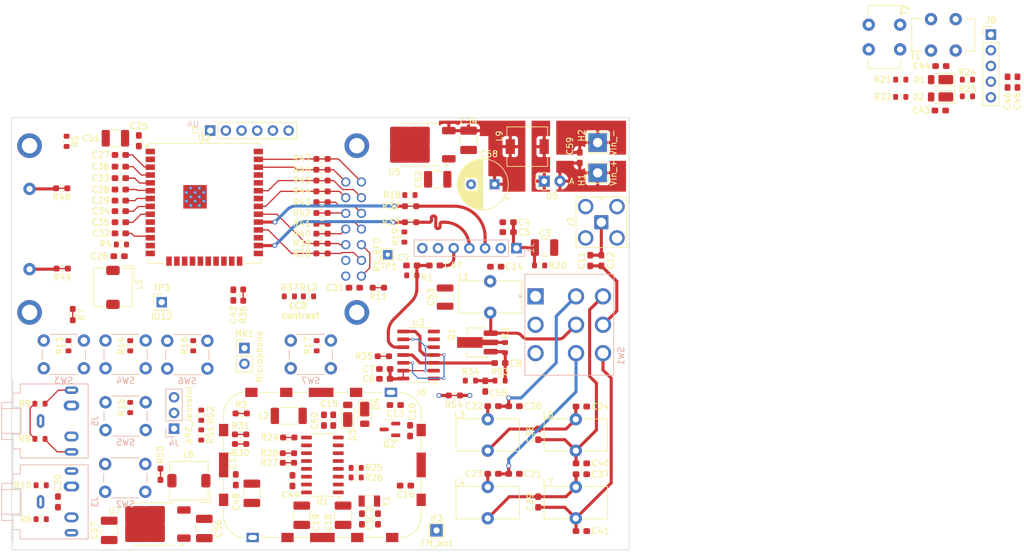
<source format=kicad_pcb>
(kicad_pcb (version 20240108) (generator "pcbnew") (generator_version "8.0")
  (layers (0 "F.Cu" signal) (1 "In1.Cu" signal "GND.Cu") (2 "In2.Cu" signal "VDD.Cu") (31 "B.Cu" signal) (34 "B.Paste" user) (35 "F.Paste" user) (36 "B.SilkS" user "B.Silkscreen") (37 "F.SilkS" user "F.Silkscreen") (38 "B.Mask" user) (39 "F.Mask" user) (44 "Edge.Cuts" user))
  (net 0 "")
  (net 1 "Net-(U1-GPO3{slash}DCLK)")
  (net 2 "GND")
  (net 3 "Net-(U1-RCLK)")
  (net 4 "+3V3")
  (net 5 "Net-(U3E-VCC)")
  (net 6 "Net-(C8-Pad1)")
  (net 7 "Net-(Q1-G)")
  (net 8 "Net-(C47-Pad1)")
  (net 9 "Net-(Q2-G)")
  (net 10 "/RX/RF")
  (net 11 "Net-(J2-In)")
  (net 12 "Net-(Q2-S)")
  (net 13 "VBUS")
  (net 14 "Net-(D3-K)")
  (net 15 "Net-(U1-AMI)")
  (net 16 "Net-(C16-Pad1)")
  (net 17 "Net-(U1-FMI)")
  (net 18 "Net-(U1-VDD)")
  (net 19 "/MCU_and_UI/audio_out_left")
  (net 20 "Net-(U1-LOUT{slash}DFS)")
  (net 21 "Net-(U1-ROUT{slash}DOUT)")
  (net 22 "Net-(SW1B-C)")
  (net 23 "Net-(SW1C-C)")
  (net 24 "Net-(C23-Pad2)")
  (net 25 "Net-(U2-VDD)")
  (net 26 "/MCU_and_UI/ESP_reset")
  (net 27 "/MCU_and_UI/mic_in")
  (net 28 "/MCU_and_UI/PTT_key")
  (net 29 "Net-(C30-Pad1)")
  (net 30 "Net-(C30-Pad2)")
  (net 31 "Net-(U4-Chip_enable)")
  (net 32 "/MCU_and_UI/Btn.Select")
  (net 33 "/MCU_and_UI/Btn.Up")
  (net 34 "/MCU_and_UI/Btn.Down")
  (net 35 "/MCU_and_UI/Btn.Back")
  (net 36 "/MCU_and_UI/Btn.Menu")
  (net 37 "Net-(SW1B-A)")
  (net 38 "Net-(SW1C-A)")
  (net 39 "/MCU_and_UI/Band_select")
  (net 40 "Net-(D2-K)")
  (net 41 "Net-(D1-K)")
  (net 42 "/TX/Out1")
  (net 43 "Net-(D1-A)")
  (net 44 "Net-(D2-A)")
  (net 45 "/TX/SDA")
  (net 46 "/TX/SCL")
  (net 47 "/TX/Out2")
  (net 48 "/TX/Out3")
  (net 49 "/MCU_and_UI/onboard_key")
  (net 50 "/MCU_and_UI/RX_ant_en")
  (net 51 "Net-(U2-IO12)")
  (net 52 "/MCU_and_UI/onboard_mic")
  (net 53 "/MCU_and_UI/side_tone")
  (net 54 "Net-(U4-Vo)")
  (net 55 "/MCU_and_UI/I2C_SCL")
  (net 56 "/MCU_and_UI/I2C_SDIO")
  (net 57 "Net-(U1-GPO1)")
  (net 58 "Net-(U1-GPO2{slash}INTB)")
  (net 59 "Net-(U1-SDIO)")
  (net 60 "Net-(U1-SCLK)")
  (net 61 "Net-(U1-~{RST})")
  (net 62 "/MCU_and_UI/~{SI_RST}")
  (net 63 "Net-(U1-SENB)")
  (net 64 "Net-(U2-IO2)")
  (net 66 "/MCU_and_UI/ESP_TX")
  (net 69 "/MCU_and_UI/ESP_RX")
  (net 70 "/MCU_and_UI/LCD.D5")
  (net 71 "/MCU_and_UI/LCD.D4")
  (net 72 "/MCU_and_UI/LCD.BL")
  (net 74 "/MCU_and_UI/ESP_boot")
  (net 77 "/MCU_and_UI/LCD.D{slash}I")
  (net 78 "/MCU_and_UI/V_sense")
  (net 79 "/MCU_and_UI/LCD.D6")
  (net 80 "/MCU_and_UI/LCD.D7")
  (net 82 "/MCU_and_UI/LCD.R{slash}L")
  (net 84 "Net-(U3-Pad1)")
  (net 85 "/MCU_and_UI/LCD.D2")
  (net 86 "/MCU_and_UI/LCD.D1")
  (net 87 "/MCU_and_UI/LCD.D0")
  (net 88 "/MCU_and_UI/LCD.D3")
  (net 89 "Net-(U4-Data{slash}~{Instruction})")
  (net 90 "Net-(U4-R{slash}~{L})")
  (net 91 "Net-(U4-D0)")
  (net 92 "Net-(U4-D1)")
  (net 93 "Net-(U4-D2)")
  (net 94 "Net-(U4-D3)")
  (net 95 "Net-(U4-D4)")
  (net 96 "Net-(U4-D5)")
  (net 97 "Net-(U4-D6)")
  (net 98 "Net-(U4-D7)")
  (net 99 "Net-(U4-Vdd_backlight)")
  (net 100 "Net-(U4-Vss_backlight)")
  (net 102 "+3V3_RX")
  (net 103 "VBUS_filtered")
  (net 104 "Net-(J4-Pin_2)")
  (net 105 "Net-(J4-Pin_1)")
  (net 106 "/MCU_and_UI/audio_out_right")
  (net 107 "Net-(C55-Pad1)")
  (net 109 "/SWR_bridge/Reverse_indicator")
  (net 110 "Net-(C22-Pad2)")
  (net 111 "Net-(C24-Pad2)")
  (net 112 "Net-(C37-Pad2)")
  (net 113 "/SWR_bridge/Forward_indicator")
  (net 114 "Net-(J8-Pin_2)")
  (net 115 "/TX/RF_out")
  (net 116 "Net-(J8-Pin_1)")
  (net 117 "Net-(D5-K)")
  (net 118 "RF_GND")
  (net 119 "/MCU_and_UI/TX_Mod")
  (footprint "Resistor_SMD:R_0603_1608Metric" (layer "F.Cu") (at 151.9125 127.425)
    (property "Reference" "R26")
    (property "Value" "220R")
  )
  (footprint "Resistor_SMD:R_0603_1608Metric" (layer "F.Cu") (at 175.2125 111.745)
    (property "Reference" "R53")
    (property "Value" "10k")
  )
  (footprint "summit_scourer:R_0603_linked" (layer "F.Cu") (at 160.7125 83.495)
    (property "Reference" "R32")
    (property "Value" "0R")
  )
  (footprint "summit_scourer:R_0603_linked" (layer "F.Cu") (at 156.3125 107.795)
    (property "Reference" "R35")
    (property "Value" "0R")
  )
  (footprint "Resistor_SMD:R_0603_1608Metric" (layer "F.Cu") (at 159.7125 88.495 90)
    (property "Reference" "R19")
    (property "Value" "1k")
  )
  (footprint "Capacitor_SMD:C_1210_3225Metric_Pad1.33x2.70mm_HandSolder" (layer "F.Cu") (at 127.3125 135.695 -90)
    (property "Reference" "C56")
    (property "Value" "10u")
  )
  (footprint "Resistor_SMD:R_0603_1608Metric" (layer "F.Cu") (at 125.5125 106.095 90)
    (property "Reference" "R16")
    (property "Value" "10k")
  )
  (footprint "Capacitor_SMD:C_1210_3225Metric_Pad1.33x2.70mm_HandSolder" (layer "F.Cu") (at 112.9125 72.495 180)
    (property "Reference" "C51")
    (property "Value" "10u")
  )
  (footprint "Resistor_SMD:R_0603_1608Metric" (layer "F.Cu") (at 160.6125 81.695 180)
    (property "Reference" "R18")
    (property "Value" "1k")
  )
  (footprint "Capacitor_SMD:C_0603_1608Metric_Pad1.08x0.95mm_HandSolder" (layer "F.Cu") (at 246.5 68 180)
    (property "Reference" "C43")
    (property "Value" "10n")
  )
  (footprint "Inductor_SMD:L_TDK_SLF6025" (layer "F.Cu") (at 112.5125 96.645 -90)
    (property "Reference" "L5")
    (property "Value" "L_Ferrite")
  )
  (footprint "Package_TO_SOT_SMD:SOT-89-3_Handsoldering" (layer "F.Cu") (at 171.25 105.5575 180)
    (property "Reference" "Q1")
    (property "Value" "Q_NMOS")
  )
  (footprint "Resistor_SMD:R_0603_1608Metric" (layer "F.Cu") (at 115.3125 116.095 90)
    (property "Reference" "R15")
    (property "Value" "10k")
  )
  (footprint "Capacitor_SMD:C_0603_1608Metric_Pad1.08x0.95mm_HandSolder" (layer "F.Cu") (at 174.075 115.875 180)
    (property "Reference" "C22")
    (property "Value" "C")
  )
  (footprint "Inductor_THT:L_Toroid_Vertical_L10.0mm_W5.0mm_P5.08mm" (layer "F.Cu") (at 173.2125 118.005)
    (property "Reference" "L3")
    (property "Value" "L_Ferrite")
  )
  (footprint "summit_scourer:R_0603_linked" (layer "F.Cu") (at 133.2875 117.0575)
    (property "Reference" "R3")
    (property "Value" "0R")
  )
  (footprint "Resistor_SMD:R_0603_1608Metric" (layer "F.Cu") (at 105.0125 72.995 -90)
    (property "Reference" "R5")
    (property "Value" "100k")
  )
  (footprint "summit_scourer:R_0603_linked" (layer "F.Cu") (at 146.375 77.595 180)
    (property "Reference" "R46")
    (property "Value" "0R")
  )
  (footprint "Capacitor_SMD:C_0603_1608Metric_Pad1.08x0.95mm_HandSolder" (layer "F.Cu") (at 159.8875 128.75 180)
    (property "Reference" "C16")
    (property "Value" "10n")
  )
  (footprint "Capacitor_SMD:C_0603_1608Metric_Pad1.08x0.95mm_HandSolder" (layer "F.Cu") (at 175.1875 108.895)
    (property "Reference" "C8")
    (property "Value" "10n")
  )
  (footprint "Inductor_THT:L_Toroid_Vertical_L10.0mm_W5.0mm_P5.08mm" (layer "F.Cu") (at 187.475 118.005)
    (property "Reference" "L6")
    (property "Value" "L_Ferrite")
  )
  (footprint "Capacitor_SMD:C_0603_1608Metric_Pad1.08x0.95mm_HandSolder" (layer "F.Cu") (at 141.5875 127.95 -90)
    (property "Reference" "C49")
    (property "Value" "100n")
  )
  (footprint "Capacitor_SMD:C_0603_1608Metric_Pad1.08x0.95mm_HandSolder" (layer "F.Cu") (at 176.5125 87.695 180)
    (property "Reference" "C5")
    (property "Value" "10n")
  )
  (footprint "Package_TO_SOT_SMD:TO-252-2" (layer "F.Cu") (at 161.8725 73.5425 180)
    (property "Reference" "U5")
    (property "Value" "AZ1117-3.3")
  )
  (footprint "Connector_Coaxial:SMA_Amphenol_901-143_Horizontal" (layer "F.Cu") (at 191.6125 86.095 -90)
    (property "Reference" "J2")
    (property "Value" "Conn_Coaxial")
    (fp_line (start 4.3 -4.5) (end -4.3 -4.5) (stroke (width 0.1)) (layer "Edge.Cuts"))
  )
  (footprint "Resistor_SMD:R_0603_1608Metric" (layer "F.Cu") (at 126.8125 120.545 90)
    (property "Reference" "R51")
    (property "Value" "100k")
  )
  (footprint "summit_scourer:torroid_transformer" (layer "F.Cu") (at 240 56.1 -90)
    (property "Reference" "T2")
    (property "Value" "T")
  )
  (footprint "Resistor_SMD:R_0603_1608Metric" (layer "F.Cu") (at 126.8125 117.345 90)
    (property "Reference" "R52")
    (property "Value" "10k")
  )
  (footprint "Capacitor_SMD:C_0603_1608Metric_Pad1.08x0.95mm_HandSolder" (layer "F.Cu") (at 191.6125 92.295 90)
    (property "Reference" "C12")
    (property "Value" "100n")
  )
  (footprint "Capacitor_SMD:C_0603_1608Metric_Pad1.08x0.95mm_HandSolder" (layer "F.Cu") (at 113.7125 80.795 180)
    (property "Reference" "C28")
    (property "Value" "10n")
  )
  (footprint "Resistor_SMD:R_0603_1608Metric" (layer "F.Cu") (at 144.1875 98.095)
    (property "Reference" "R12")
    (property "Value" "10k")
  )
  (footprint "Resistor_SMD:R_0603_1608Metric" (layer "F.Cu") (at 250.9 63)
    (property "Reference" "R24")
    (property "Value" "100k")
  )
  (footprint "summit_scourer:R_0603_linked" (layer "F.Cu") (at 120.2125 126.9075 -90)
    (property "Reference" "R50")
    (property "Value" "0R")
  )
  (footprint "Capacitor_SMD:C_0603_1608Metric_Pad1.08x0.95mm_HandSolder" (layer "F.Cu") (at 113.7125 84.295 180)
    (property "Reference" "C34")
    (property "Value" "100n")
  )
  (footprint "Resistor_SMD:R_0603_1608Metric" (layer "F.Cu") (at 113.8875 89.695)
    (property "Reference" "R4")
    (property "Value" "10k")
  )
  (footprint "Capacitor_SMD:C_0603_1608Metric_Pad1.08x0.95mm_HandSolder" (layer "F.Cu") (at 188.375 125.145)
    (property "Reference" "C40")
    (property "Value" "C")
  )
  (footprint "Capacitor_SMD:C_0603_1608Metric_Pad1.08x0.95mm_HandSolder" (layer "F.Cu") (at 188.375 126.905 180)
    (property "Reference" "C37")
    (property "Value" "C")
  )
  (footprint "summit_scourer:R_0603_linked" (layer "F.Cu") (at 155.5 96.695 180)
    (property "Reference" "R11")
    (property "Value" "0R")
  )
  (footprint "Connector_PinHeader_2.54mm:PinHeader_1x05_P2.54mm_Vertical" (layer "F.Cu") (at 254.7 55.7)
    (property "Reference" "J8")
    (property "Value" "SWR_interface")
  )
  (footprint "Capacitor_SMD:C_1210_3225Metric_Pad1.33x2.70mm_HandSolder" (layer "F.Cu") (at 111.9125 135.995 -90)
    (property "Reference" "C57")
    (property "Value" "10u")
  )
  (footprint "Capacitor_SMD:C_0603_1608Metric_Pad1.08x0.95mm_HandSolder" (layer "F.Cu") (at 155.4375 134.15 -90)
    (property "Reference" "C2")
    (property "Value" "22p")
  )
  (footprint "summit_scourer:R_0603_linked" (layer "F.Cu") (at 104.3 93.595 180)
    (property "Reference" "R49")
    (property "Value" "0R")
  )
  (footprint "Connector_PinHeader_2.54mm:PinHeader_1x06_P2.54mm_Vertical" (layer "F.Cu") (at 128.2625 71.245 90)
    (property "Reference" "J7")
    (property "Value" "Conn_01x06_Socket")
  )
  (footprint "summit_scourer:R_0603_linked" (layer "F.Cu") (at 146.375 84.595 180)
    (property "Reference" "R42")
    (property "Value" "0R")
  )
  (footprint "Inductor_THT:L_Toroid_Vertical_L10.0mm_W5.0mm_P5.08mm" (layer "F.Cu") (at 173.2125 128.965)
    (property "Reference" "L4")
    (property "Value" "L_Ferrite")
  )
  (footprint "summit_scourer:R_0603_linked" (layer "F.Cu") (at 133.6125 97.895 -90)
    (property "Reference" "R36")
    (property "Value" "0R")
  )
  (footprint "Capacitor_SMD:C_0603_1608Metric_Pad1.08x0.95mm_HandSolder" (layer "F.Cu") (at 113.5125 91.595)
    (property "Reference" "C26")
    (property "Value" "10n")
  )
  (footprint "summit_scourer:R_0603_linked" (layer "F.Cu") (at 160.7125 86.095)
    (property "Reference" "R33")
    (property "Value" "0R")
  )
  (footprint "Capacitor_SMD:C_0603_1608Metric_Pad1.08x0.95mm_HandSolder" (layer "F.Cu") (at 148.1875 118.15 -90)
    (property "Reference" "C15")
    (property "Value" "100n")
  )
  (footprint "TestPoint:TestPoint_THTPad_1.5x1.5mm_Drill0.7mm" (layer "F.Cu") (at 157.0125 91.345 -90)
    (property "Reference" "TP1")
    (property "Value" "RX_BFO")
  )
  (footprint "Inductor_SMD:L_2010_5025Metric" (layer "F.Cu") (at 140.9875 117.45 180)
    (property "Reference" "L2")
    (property "Value" "DNF")
  )
  (footprint "Resistor_SMD:R_0603_1608Metric" (layer "F.Cu") (at 240.1 65.8 180)
    (property "Reference" "R22")
    (property "Value" "220R")
  )
  (footprint "Diode_SMD:D_PowerDI-123" (layer "F.Cu") (at 150.5375 117.2 90)
    (property "Reference" "D3")
    (property "Value" "D")
  )
  (footprint "Capacitor_SMD:C_0603_1608Metric_Pad1.08x0.95mm_HandSolder" (layer "F.Cu") (at 113.7125 86.095 180)
    (property "Reference" "C35")
    (property "Value" "100n")
  )
  (footprint "Capacitor_SMD:C_0603_1608Metric_Pad1.08x0.95mm_HandSolder" (layer "F.Cu") (at 113.7125 78.945 180)
    (property "Reference" "C33")
    (property "Value" "100n")
  )
  (footprint "Resistor_SMD:R_0603_1608Metric" (layer "F.Cu") (at 176.0125 106.395 90)
    (property "Reference" "R2")
    (property "Value" "100k")
  )
  (footprint "summit_scourer:R_0603_linked" (layer "F.Cu") (at 146.375 79.345 180)
    (property "Reference" "R45")
    (property "Value" "0R")
  )
  (footprint "Capacitor_SMD:C_0603_1608Metric_Pad1.08x0.95mm_HandSolder" (layer "F.Cu") (at 160.9125 93.095 180)
    (property "Reference" "C9")
    (property "Value" "22p")
  )
  (footprint "Diode_THT:D_A-405_P2.54mm_Vertical_AnodeUp" (layer "F.Cu") (at 182.3675 79.445)
    (property "Reference" "D5")
    (property "Value" "1N4007")
  )
  (footprint "Capacitor_SMD:C_0603_1608Metric_Pad1.08x0.95mm_HandSolder" (layer "F.Cu") (at 146.6875 118.15 -90)
    (property "Reference" "C50")
    (property "Value" "100n")
  )
  (footprint "Capacitor_SMD:C_0603_1608Metric_Pad1.08x0.95mm_HandSolder" (layer "F.Cu") (at 257.4 63.4 -90)
    (property "Reference" "C46")
    (property "Value" "10n")
  )
  (footprint "Package_SO:SO-16_3.9x9.9mm_P1.27mm" (layer "F.Cu") (at 146.4375 125.4 180)
    (property "Reference" "U1")
    (property "Value" "SI4732-A10-GS")
  )
  (footprint "Capacitor_SMD:C_1210_3225Metric" (layer "F.Cu") (at 166.3125 98.22 -90)
    (property "Reference" "C53")
    (property "Value" "10u")
  )
  (footprint "summit_scourer:R_0603_linked" (layer "F.Cu") (at 146.375 91.145 180)
    (property "Reference" "R38")
    (property "Value" "0R")
  )
  (footprint "Resistor_SMD:R_0603_1608Metric" (layer "F.Cu") (at 151.9125 125.875)
    (property "Reference" "R25")
    (property "Value" "220R")
  )
  (footprint "Capacitor_SMD:C_0603_1608Metric_Pad1.08x0.95mm_HandSolder" (layer "F.Cu") (at 246.6 60.8 180)
    (property "Reference" "C44")
    (property "Value" "10n")
  )
  (footprint "Capacitor_SMD:C_0603_1608Metric_Pad1.08x0.95mm_HandSolder" (layer "F.Cu") (at 152.8375 134.15 -90)
    (property "Reference" "C1")
    (property "Value" "22p")
  )
  (footprint "Capacitor_SMD:C_0603_1608Metric_Pad1.08x0.95mm_HandSolder" (layer "F.Cu") (at 132.0125 97.895 -90)
    (property "Reference" "C42")
    (property "Value" "100n")
  )
  (footprint "Capacitor_SMD:C_0603_1608Metric_Pad1.08x0.95mm_HandSolder" (layer "F.Cu") (at 113.7125 82.595 180)
    (property "Reference" "C29")
    (property "Value" "100n")
  )
  (footprint "Capacitor_SMD:C_0603_1608Metric_Pad1.08x0.95mm_HandSolder" (layer "F.Cu") (at 113.7125 77.095 180)
    (property "Reference" "C36")
    (property "Value" "100n")
  )
  (footprint "Crystal:Crystal_SMD_3215-2Pin_3.2x1.5mm" (layer "F.Cu") (at 154.0375 131.25 180)
    (property "Reference" "Y1")
    (property "Value" "32.768 KHz")
  )
  (footprint "Capacitor_SMD:C_0603_1608Metric_Pad1.08x0.95mm_HandSolder" (layer "F.Cu") (at 156.5375 109.855 180)
    (property "Reference" "C7")
    (property "Value" "10n")
  )
  (footprint "Capacitor_SMD:C_0603_1608Metric_Pad1.08x0.95mm_HandSolder" (layer "F.Cu") (at 174.075 126.835 180)
    (property "Reference" "C23")
    (property "Value" "C")
  )
  (footprint "summit_scourer:R_0603_linked" (layer "F.Cu") (at 146.375 89.545 180)
    (property "Reference" "R39")
    (property "Value" "0R")
  )
  (footprint "Capacitor_SMD:C_0603_1608Metric_Pad1.08x0.95mm_HandSolder" (layer "F.Cu") (at 259 63.4 -90)
    (property "Reference" "C45")
    (property "Value" "10n")
  )
  (footprint "Capacitor_SMD:C_0603_1608Metric_Pad1.08x0.95mm_HandSolder" (layer "F.Cu") (at 188.375 136.105)
    (property "Reference" "C41")
    (property "Value" "C")
  )
  (footprint "Capacitor_SMD:C_0603_1608Metric_Pad1.08x0.95mm_HandSolder" (layer "F.Cu") (at 177.475 126.845)
    (property "Reference" "C21")
    (property "Value" "C")
  )
  (footprint "summit_scourer:R_0603_linked" (layer "F.Cu") (at 140.9875 120.95 180)
    (property "Reference" "R29")
    (property "Value" "0R")
  )
  (footprint "Capacitor_SMD:C_0603_1608Metric_Pad1.08x0.95mm_HandSolder" (layer "F.Cu") (at 151.6125 96.695 180)
    (property "Reference" "C31")
    (property "Value" "100n")
  )
  (footprint "Inductor_THT:L_Toroid_Vertical_L10.0mm_W5.0mm_P5.08mm" (layer "F.Cu") (at 173.6125 95.6525)
    (property "Reference" "L1")
    (property "Value" "L")
  )
  (footprint "Package_TO_SOT_SMD:SOT-23" (layer "F.Cu") (at 157.375 119.65 180)
    (property "Reference" "Q2")
    (property "Value" "2N7002H")
  )
  (footprint "Capacitor_SMD:C_0603_1608Metric_Pad1.08x0.95mm_HandSolder" (layer "F.Cu") (at 174.5125 93.295)
    (property "Reference" "C14")
    (property "Value" "100n")
  )
  (footprint "Capacitor_SMD:C_0603_1608Metric_Pad1.08x0.95mm_HandSolder" (layer "F.Cu") (at 176.5125 86.095 180)
    (property "Reference" "C4")
    (property "Value" "100n")
  )
  (footprint "Connector_PinHeader_2.54mm:PinHeader_1x01_P2.54mm_Vertical" (layer "F.Cu") (at 120.4125 99.045)
    (property "Reference" "TP3")
    (property "Value" "IO12")
  )
  (footprint "Diode_SMD:D_PowerDI-123" (layer "F.Cu") (at 153.2875 117.2 -90)
    (property "Reference" "D4")
    (property "Value" "D")
  )
  (footprint "Capacitor_SMD:C_0603_1608Metric_Pad1.08x0.95mm_HandSolder" (layer "F.Cu") (at 156.5375 111.455 180)
    (property "Reference" "C6")
    (property "Value" "100n")
  )
  (footprint "Resistor_SMD:R_0603_1608Metric" (layer "F.Cu") (at 160.9125 94.695 180)
    (property "Reference" "R1")
    (property "Value" "100k")
  )
  (footprint "Capacitor_SMD:C_0603_1608Metric_Pad1.08x0.95mm_HandSolder" (layer "F.Cu") (at 177.475 115.885)
    (property "Reference" "C20")
    (property "Value" "C")
  )
  (footprint "Capacitor_SMD:C_0603_1608Metric_Pad1.08x0.95mm_HandSolder" (layer "F.Cu") (at 116.7125 72.895 90)
    (property "Reference" "C25")
    (property "Value" "100n")
  )
  (footprint "Resistor_SMD:R_0603_1608Metric" (layer "F.Cu") (at 250.9 65.7)
    (property "Reference" "R23")
    (property "Value" "100k")
  )
  (footprint "Resistor_SMD:R_0603_1608Metric" (layer "F.Cu") (at 240.1 63 180)
    (property "Reference" "R21")
    (property "Value" "220R")
  )
  (footprint "summit_scourer:R_0603_linked" (layer "F.Cu") (at 133.1875 120.45 180)
    (property "Reference" "R31")
    (property "Value" "0R")
  )
  (footprint "Resistor_SMD:R_0603_1608Metric" (layer "F.Cu") (at 170.4125 111.745)
    (property "Reference" "R34")
    (property "Value" "10k")
  )
  (footprint "TestPoint:TestPoint_THTPad_3.0x3.0mm_Drill1.5mm" (layer "F.Cu") (at 191.0125 73.195 90)
    (property "Reference" "H2")
    (property "Value" "Vin_-")
  )
  (footprint "Capacitor_SMD:C_0603_1608Metric_Pad1.08x0.95mm_HandSolder" (layer "F.Cu") (at 132.4125 127.795 90)
    (property "Reference" "C17")
    (property "Value" "10n")
  )
  (footprint "Package_TO_SOT_SMD:TO-252-2" (layer "F.Cu") (at 118.9725 134.975 180)
    (property "Reference" "U7")
    (property "Value" "AZ1117-3.3")
  )
  (footprint "Capacitor_SMD:C_0603_1608Metric_Pad1.08x0.95mm_HandSolder" (layer "F.Cu") (at 189.8125 92.295 90)
    (property "Reference" "C11")
    (property "Value" "100n")
  )
  (footprint "Resistor_SMD:R_0603_1608Metric" (layer "F.Cu") (at 100.7 121.1825)
    (property "Reference" "R8")
    (property "Value" "10k")
  )
  (footprint "Resistor_SMD:R_0603_1608Metric" (layer "F.Cu") (at 105.3125 106.095 90)
    (property "Reference" "R13")
    (property "Value" "10k")
  )
  (footprint "summit_scourer:MS323_hatched" (layer "F.Cu") (at 162.4375 113.65 180)
    (property "Reference" "J6")
    (property "Value" "RFShield_OnePiece")
  )
  (footprint "Package_SO:SOIC-14_3.9x8.7mm_P1.27mm" (layer "F.Cu") (at 162.0125 107.595 180)
    (property "Reference" "U3")
    (property "Value" "74AC00")
  )
  (footprint "Capacitor_SMD:C_1210_3225Metric_Pad1.33x2.70mm_HandSolder" (layer "F.Cu") (at 170.1125 72.8225 -90)
    (property "Reference" "C54")
    (property "Value" "10u")
  )
  (footprint "Capacitor_SMD:C_0603_1608Metric_Pad1.08x0.95mm_HandSolder" (layer "F.Cu") (at 188.1125 75.645 90)
    (property "Reference" "C59")
    (property "Value" "100n")
  )
  (footprint "Resistor_SMD:R_0603_1608Metric" (layer "F.Cu") (at 181.6125 93.095)
    (property "Reference" "R20")
    (property "Value" "10k")
  )
  (footprint "Resistor_SMD:R_0603_1608Metric" (layer "F.Cu") (at 100.9 134.1825)
    (property "Reference" "R6")
    (property "Value" "10k")
  )
  (footprint "Resistor_SMD:R_0603_1608Metric" (layer "F.Cu") (at 145.5125 106.095 90)
    (property "Reference" "R17")
    (property "Value" "10k")
  )
  (footprint "Diode_SMD:D_PowerDI-123" (layer "F.Cu") (at 246.55 65.8 180)
    (property "Reference" "D2")
    (property "Value" "D")
  )
  (footprint "Capacitor_SMD:C_0603_1608Metric_Pad1.08x0.95mm_HandSolder" (layer "F.Cu") (at 188.375 115.945 180)
    (property "Reference" "C24")
    (property "Value" "C")
  )
  (footprint "Inductor_THT:L_Toroid_Vertical_L10.0mm_W5.0mm_P5.08mm" (layer "F.Cu") (at 187.475 128.965)
    (property "Reference" "L7")
    (property "Value" "L_Ferrite")
  )
  (footprint "RF_Module:ESP32-WROOM-32UE" (layer "F.Cu") (at 127.3125 83.045)
    (property "Reference" "U2")
    (property "Value" "ESP32-WROOM-32UE")
  )
  (footprint "Capacitor_SMD:C_1210_3225Metric_Pad1.33x2.70mm_HandSolder" (layer "F.Cu") (at 143.0875 133.55 -90)
    (property "Reference" "C19")
    (property "Value" "10u")
  )
  (footprint "Capacitor_SMD:C_0603_1608Metric_Pad1.08x0.95mm_HandSolder" (layer "F.Cu") (at 103.6125 131.3825 -90)
    (property "Reference" "C30")
    (property "Value" "100n")
  )
  (footprint "Capacitor_SMD:C_0603_1608Metric_Pad1.08x0.95mm_HandSolder" (layer "F.Cu") (at 181.375 120.445 -90)
    (property "Reference" "C38")
    (property "Value" "C")
  )
  (footprint "Diode_SMD:D_PowerDI-123" (layer "F.Cu") (at 246.55 63 180)
    (property "Reference" "D1")
    (property "Value" "D")
  )
  (footprint "Capacitor_SMD:C_1210_3225Metric_Pad1.33x2.70mm_HandSolder" (layer "F.Cu") (at 165.1125 79.145)
    (property "Reference" "C52")
    (property "Value" "10u")
  )
  (footprint "Capacitor_SMD:C_0603_1608Metric_Pad1.08x0.95mm_HandSolder" (layer "F.Cu") (at 160.6375 119.85 90)
    (property "Reference" "C10")
    (property "Value" "10n")
  )
  (footprint "Capacitor_THT:CP_Radial_D8.0mm_P3.80mm" (layer "F.Cu") (at 174.315151 79.945 180)
    (property "Reference" "C58")
    (property "Value" "470u")
  )
  (footprint "summit_scourer:R_0603_linked" (layer "F.Cu") (at 146.375 87.945 180)
    (property "Reference" "R40")
    (property "Value" "0R")
  )
  (footprint "TestPoint:TestPoint_THTPad_3.0x3.0mm_Drill1.5mm" (layer "F.Cu") (at 191.0125 78.095 90)
    (property "Reference" "H1")
    (property "Value" "Vin_+")
  )
  (footprint "summit_scourer:R_0603_linked" (layer "F.Cu") (at 167.8125 114.145)
    (property "Reference" "R54")
    (property "Value" "0R")
  )
  (footprint "summit_scourer:torroid_transformer" (layer "F.Cu") (at 247 58.28 180)
    (property "Reference" "T1")
    (property "Value" "T")
  )
  (footprint "Capacitor_SMD:C_0603_1608Metric_Pad1.08x0.95mm_HandSolder" (layer "F.Cu") (at 172.8125 112.645 -90)
    (property "Reference" "C55")
    (property "Value" "10n")
  )
  (footprint "summit_scourer:R_0603_linked" (layer "F.Cu") (at 140.9375 123.5 180)
    (property "Reference" "R28")
    (property "Value" "0R")
  )
  (footprint "Resistor_SMD:R_0603_1608Metric" (layer "F.Cu") (at 100.7 115.4825)
    (property "Reference" "R9")
    (property "Value" "10k")
  )
  (footprint "Capacitor_SMD:C_0603_1608Metric_Pad1.08x0.95mm_HandSolder" (layer "F.Cu") (at 164.6125 93.095)
    (property "Reference" "C47")
    (property "Value" "100n")
  )
  (footprint "Capacitor_SMD:C_0603_1608Metric_Pad1.08x0.95mm_HandSolder" (layer "F.Cu") (at 181.375 131.405 -90)
    (property "Reference" "C39")
    (property "Value" "C")
  )
  (footprint "summit_scourer:R_0603_linked" (layer "F.Cu") (at 146.375 81.095 180)
    (property "Reference" "R44")
    (property "Value" "0R")
  )
  (footprint "Capacitor_SMD:C_0603_1608Metric_Pad1.08x0.95mm_HandSolder" (layer "F.Cu") (at 158.2375 115.7)
    (property "Reference" "C13")
    (property "Value" "10n")
  )
  (footprint "summit_scourer:R_0603_linked" (layer "F.Cu") (at 104.2125 80.595 180)
    (property "Reference" "R48")
    (property "Value" "0R")
  )
  (footprint "summit_scourer:R_0603_linked" (layer "F.Cu") (at 146.375 82.845 180)
    (property "Reference" "R43")
    (property "Value" "0R")
  )
  (footprint "summit_scourer:R_0603_linked" (layer "F.Cu") (at 133.1875 122 180)
    (property "Reference" "R30")
    (property "Value" "0R")
  )
  (footprint "summit_scourer:R_0603_linked" (layer "F.Cu") (at 146.375 75.845 180)
    (property "Reference" "R47")
    (property "Value" "0R")
  )
  (footprint "Capacitor_SMD:C_1210_3225Metric_Pad1.33x2.70mm_HandSolder" (layer "F.Cu") (at 149.7875 133.55 -90)
    (property "Reference" "C18")
    (property "Value" "10u")
  )
  (footprint "summit_scourer:R_0603_linked" (layer "F.Cu") (at 140.9375 125.05 180)
    (property "Reference" "R27")
    (property "Value" "0R")
  )
  (footprint "summit_scourer:R_0603_linked" (layer "F.Cu") (at 106.0125 101.045 -90)
    (property "Reference" "R7")
    (property "Value" "0R")
  )
  (footprint "Capacitor_SMD:C_0603_1608Metric_Pad1.08x0.95mm_HandSolder" (layer "F.Cu") (at 113.7125 75.195 180)
    (property "Reference" "C27")
    (property "Value" "100n")
  )
  (footprint "Resistor_SMD:R_0603_1608Metric" (layer "F.Cu") (at 100.9 128.6825)
    (property "Reference" "R10")
    (property "Value" "10k")
  )
  (footprint "summit_scourer:R_0603_linked" (layer "F.Cu") (at 146.375 86.345 180)
    (property "Reference" "R41")
    (property "Value" "0R")
  )
  (footprint "Capacitor_SMD:C_1210_3225Metric_Pad1.33x2.70mm_HandSolder" (layer "F.Cu") (at 135.0125 129.995 -90)
    (property "Reference" "C48")
    (property "Value" "10u")
  )
  (footprint "Capacitor_SMD:C_0603_1608Metric_Pad1.08x0.95mm_HandSolder" (layer "F.Cu") (at 113.7125 87.895 180)
    (property "Reference" "C32")
    (property "Value" "100n")
  )
  (footprint "TestPoint:TestPoint_THTPad_2.0x2.0mm_Drill1.0mm" (layer "F.Cu") (at 164.9125 135.995)
    (property "Reference" "H3")
    (property "Value" "FM_ant")
  )
  (footprint "Inductor_SMD:L_6.3x6.3_H3" (layer "F.Cu") (at 179.6125 73.845 180)
    (property "Reference" "L9")
    (property "Value" "L_Ferrite")
  )
  (footprint "Resistor_SMD:R_0603_1608Metric" (layer "F.Cu") (at 115.3125 106.095 90)
    (property "Reference" "R14")
    (property "Value" "10k")
  )
  (footprint "Resistor_SMD:R_0603_1608Metric" (layer "F.Cu") (at 141.0875 98.095)
    (property "Reference" "R37")
    (property "Value" "10k")
  )
  (footprint "Inductor_SMD:L_TDK_SLF6025" (layer "F.Cu") (at 124.8125 127.9525 180)
    (property "Reference" "L8")
    (property "Value" "L_Ferrite")
  )
  (footprint "Connector_PinHeader_2.54mm:PinHeader_1x02_P2.54mm_Vertical" (layer "F.Cu") (at 133.8125 106.47)
    (property "Reference" "MK1")
    (property "Value" "Microphone")
  )
  (footprint "Capacitor_SMD:C_1210_3225Metric_Pad1.33x2.70mm_HandSolder" (layer "F.Cu") (at 182.4125 90.195)
    (property "Reference" "C3")
    (property "Value" "10u")
  )
  (footprint "summit_scourer:Display_8x2" (layer "B.Cu") (at 125.5125 87.195 180)
    (property "Reference" "U4")
    (property "Value" "~")
  )
  (footprint "Button_Switch_THT:SW_PUSH_6mm_H9.5mm" (layer "B.Cu") (at 141.3125 109.745)
    (property "Reference" "SW7")
    (property "Value" "push_btn")
  )
  (footprint "Button_Switch_THT:SW_PUSH_6mm_H9.5mm" (layer "B.Cu") (at 111.3125 109.745)
    (property "Reference" "SW4")
    (property "Value" "push_btn")
  )
  (footprint "summit_scourer:SW_GF-161-0005" (layer "B.Cu") (at 186.4203 102.695 90)
    (property "Reference" "SW1")
    (property "Value" "SW_DPDT_x3")
  )
  (footprint "Button_Switch_THT:SW_PUSH_6mm_H9.5mm" (layer "B.Cu") (at 111.2625 129.745)
    (property "Reference" "SW2")
    (property "Value" "push_btn")
  )
  (footprint "Connector_PinHeader_2.54mm:PinHeader_1x03_P2.54mm_Vertical" (layer "B.Cu") (at 122.4125 119.52)
    (property "Reference" "J4")
    (property "Value" "Internal_SPK")
  )
  (footprint "Connector_PinHeader_2.54mm:PinHeader_1x07_P2.54mm_Vertical" (layer "B.Cu") (at 177.8659 90.295 90)
    (property "Reference" "J1")
    (property "Value" "SI5351_breakout_board")
  )
  (footprint "Connector_Audio:Jack_3.5mm_CUI_SJ1-3525N_Horizontal" (layer "B.Cu") (at 100.8 118.2825 90)
    (property "Reference" "J5")
    (property "Value" "PTT/Mic")
    (fp_line (start 6.5 -4.5) (end 2.2 -4.5) (stroke (width 0.12)) (layer "Edge.Cuts"))
    (fp_line (start 2.2 -4.5) (end 2.2 -3.5) (stroke (width 0.12)) (layer "Edge.Cuts"))
    (fp_line (start -2.2 -4.5) (end -2.2 -3.5) (stroke (width 0.12)) (layer "Edge.Cuts"))
    (fp_line (start -6.5 -4.5) (end -2.2 -4.5) (stroke (width 0.12)) (layer "Edge.Cuts"))
    (fp_line (start -1.8 -3.1) (end 1.8 -3.1) (stroke (width 0.12)) (layer "Edge.Cuts"))
    (fp_arc (start 2.2 -3.5) (mid 2.082843 -3.217157) (end 1.8 -3.1) (stroke (width 0.12)) (layer "Edge.Cuts"))
    (fp_arc (start -1.8 -3.1) (mid -2.082842 -3.217158) (end -2.2 -3.5) (stroke (width 0.12)) (layer "Edge.Cuts"))
  )
  (footprint "Button_Switch_THT:SW_PUSH_6mm_H9.5mm" (layer "B.Cu") (at 101.3125 109.745)
    (property "Reference" "SW3")
    (property "Value" "push_btn")
  )
  (footprint "Button_Switch_THT:SW_PUSH_6mm_H9.5mm" (layer "B.Cu") (at 111.3125 119.745)
    (property "Reference" "SW5")
    (property "Value" "push_btn")
  )
  (footprint "Button_Switch_THT:SW_PUSH_6mm_H9.5mm" (layer "B.Cu") (at 121.3125 109.795)
    (property "Reference" "SW6")
    (property "Value" "push_btn")
  )
  (footprint "Connector_Audio:Jack_3.5mm_CUI_SJ1-3525N_Horizontal" (layer "B.Cu") (at 100.8 131.3825 90)
    (property "Reference" "J3")
    (property "Value" "PTT/Mic")
    (fp_line (start 6.5 -4.5) (end 2.2 -4.5) (stroke (width 0.12)) (layer "Edge.Cuts"))
    (fp_line (start 2.2 -4.5) (end 2.2 -3.5) (stroke (width 0.12)) (layer "Edge.Cuts"))
    (fp_line (start -2.2 -4.5) (end -2.2 -3.5) (stroke (width 0.12)) (layer "Edge.Cuts"))
    (fp_line (start -6.5 -4.5) (end -2.2 -4.5) (stroke (width 0.12)) (layer "Edge.Cuts"))
    (fp_line (start -1.8 -3.1) (end 1.8 -3.1) (stroke (width 0.12)) (layer "Edge.Cuts"))
    (fp_arc (start 2.2 -3.5) (mid 2.082843 -3.217157) (end 1.8 -3.1) (stroke (width 0.12)) (layer "Edge.Cuts"))
    (fp_arc (start -1.8 -3.1) (mid -2.082842 -3.217158) (end -2.2 -3.5) (stroke (width 0.12)) (layer "Edge.Cuts"))
  )
  (gr_rect (start 96.1125 69.145) (end 196.1125 139.145) (stroke (width 0.1)) (fill none) (layer "Edge.Cuts"))
  (gr_text "LCD \ncontrast" (at 142.8875 101.795 0) (layer "F.SilkS") (effects (font (size 1 1) (thickness 0.2) (bold yes)) (justify bottom)))
  (segment (start 173.6125 105.5575) (end 176 105.5575) (width 0.5) (layer "F.Cu") (net 2))
  (segment (start 176 105.5575) (end 176.0125 105.57) (width 0.5) (layer "F.Cu") (net 2))
  (segment (start 165.3125 114.145) (end 166.8375 114.145) (width 0.5) (layer "F.Cu") (net 2))
  (via (at 165.3125 114.145) (size 0.8) (drill 0.5) (layers "F.Cu" "B.Cu") (net 2))
  (segment (start 177.9659 90.195) (end 177.8659 90.295) (width 0.5) (layer "F.Cu") (net 4))
  (segment (start 180.7875 90.2575) (end 180.85 90.195) (width 0.5) (layer "F.Cu") (net 4))
  (segment (start 177.375 89.8041) (end 177.8659 90.295) (width 0.5) (layer "F.Cu") (net 4))
  (segment (start 177.375 86.095) (end 177.375 87.695) (width 0.5) (layer "F.Cu") (net 4))
  (segment (start 177.375 87.695) (end 177.375 89.8041) (width 0.5) (layer "F.Cu") (net 4))
  (segment (start 180.7875 93.095) (end 180.7875 90.2575) (width 0.5) (layer "F.Cu") (net 4))
  (segment (start 180.85 90.195) (end 177.9659 90.195) (width 0.5) (layer "F.Cu") (net 4))
  (segment (start 159.4875 111.455) (end 159.5375 111.405) (width 0.5) (layer "F.Cu") (net 5))
  (segment (start 163.1375 110.135) (end 159.5375 110.135) (width 0.2) (layer "F.Cu") (net 5))
  (segment (start 157.4 111.455) (end 159.4875 111.455) (width 0.5) (layer "F.Cu") (net 5))
  (segment (start 164.4875 110.135) (end 163.1375 110.135) (width 0.2) (layer "F.Cu") (net 5))
  (segment (start 163.1375 106.255) (end 164.4175 106.255) (width 0.2) (layer "F.Cu") (net 5))
  (segment (start 159.5375 111.405) (end 159.5375 110.135) (width 0.2) (layer "F.Cu") (net 5))
  (segment (start 157.4 109.855) (end 157.4 111.455) (width 0.5) (layer "F.Cu") (net 5))
  (segment (start 164.4175 106.255) (end 164.4875 106.325) (width 0.2) (layer "F.Cu") (net 5))
  (segment (start 159.5375 105.055) (end 161.0375 105.055) (width 0.2) (layer "F.Cu") (net 5))
  (via (at 163.1375 106.255) (size 0.5) (drill 0.3) (layers "F.Cu" "B.Cu") (net 5))
  (via (at 161.0375 105.055) (size 0.5) (drill 0.3) (layers "F.Cu" "B.Cu") (net 5))
  (via (at 163.1375 110.135) (size 0.5) (drill 0.3) (layers "F.Cu" "B.Cu") (net 5))
  (segment (start 161.9375 105.055) (end 163.1375 106.255) (width 0.2) (layer "B.Cu") (net 5))
  (segment (start 163.1375 106.255) (end 163.1375 110.135) (width 0.2) (layer "B.Cu") (net 5))
  (segment (start 161.0375 105.055) (end 161.9375 105.055) (width 0.2) (layer "B.Cu") (net 5))
  (segment (start 164.4875 108.865) (end 164.5175 108.895) (width 0.5) (layer "F.Cu") (net 6))
  (segment (start 160.9775 107.595) (end 162.2475 108.865) (width 0.5) (layer "F.Cu") (net 6))
  (segment (start 164.5175 108.895) (end 174.325 108.895) (width 0.5) (layer "F.Cu") (net 6))
  (segment (start 162.2475 108.865) (end 164.4875 108.865) (width 0.5) (layer "F.Cu") (net 6))
  (segment (start 159.5375 107.595) (end 160.9775 107.595) (width 0.5) (layer "F.Cu") (net 6))
  (segment (start 176.05 108.895) (end 176.05 107.2575) (width 0.5) (layer "F.Cu") (net 7))
  (segment (start 173.7 107.0575) (end 175.85 107.0575) (width 0.5) (layer "F.Cu") (net 7))
  (segment (start 176.05 111.7325) (end 176.0375 111.745) (width 0.5) (layer "F.Cu") (net 7))
  (segment (start 175.85 107.0575) (end 176.0125 107.22) (width 0.5) (layer "F.Cu") (net 7))
  (segment (start 176.05 108.895) (end 176.05 111.7325) (width 0.5) (layer "F.Cu") (net 7))
  (segment (start 176.05 107.2575) (end 176.0125 107.22) (width 0.5) (layer "F.Cu") (net 7))
  (segment (start 157.99118 101.81632) (end 160.858821 98.948679) (width 0.5) (layer "F.Cu") (net 8))
  (segment (start 159.5375 106.325) (end 158.335928 106.325) (width 0.5) (layer "F.Cu") (net 8))
  (segment (start 157.1125 103.937641) (end 157.1125 105.101572) (width 0.5) (layer "F.Cu") (net 8))
  (segment (start 161.7375 93.1325) (end 161.775 93.095) (width 0.5) (layer "F.Cu") (net 8))
  (segment (start 161.775 93.095) (end 163.75 93.095) (width 0.5) (layer "F.Cu") (net 8))
  (segment (start 157.405393 105.808679) (end 157.628821 106.032107) (width 0.5) (layer "F.Cu") (net 8))
  (segment (start 161.7375 96.827359) (end 161.7375 94.695) (width 0.5) (layer "F.Cu") (net 8))
  (segment (start 161.7375 94.695) (end 161.7375 93.1325) (width 0.5) (layer "F.Cu") (net 8))
  (arc (start 157.405393 105.808679) (mid 157.18862 105.484256) (end 157.1125 105.101572) (width 0.5) (layer "F.Cu") (net 8))
  (arc (start 158.335928 106.325) (mid 157.953245 106.24888) (end 157.628821 106.032107) (width 0.5) (layer "F.Cu") (net 8))
  (arc (start 161.7375 96.827359) (mid 161.509139 97.975409) (end 160.858821 98.948679) (width 0.5) (layer "F.Cu") (net 8))
  (arc (start 157.1125 103.937641) (mid 157.340862 102.78959) (end 157.99118 101.81632) (width 0.5) (layer "F.Cu") (net 8))
  (segment (start 173.7 104.0575) (end 173.7 100.82) (width 0.5) (layer "F.Cu") (net 10))
  (segment (start 178.567893 104.350393) (end 178.919607 104.702107) (width 0.5) (layer "F.Cu") (net 10))
  (segment (start 179.626714 104.995) (end 184.798286 104.995) (width 0.5) (layer "F.Cu") (net 10))
  (segment (start 173.7 100.82) (end 173.6125 100.7325) (width 0.5) (layer "F.Cu") (net 10))
  (segment (start 185.505393 104.702107) (end 187.5125 102.695) (width 0.5) (layer "F.Cu") (net 10))
  (segment (start 173.7 104.0575) (end 177.860786 104.0575) (width 0.5) (layer "F.Cu") (net 10))
  (arc (start 178.567893 104.350393) (mid 178.24347 104.13362) (end 177.860786 104.0575) (width 0.5) (layer "F.Cu") (net 10))
  (arc (start 178.919607 104.702107) (mid 179.24403 104.91888) (end 179.626714 104.995) (width 0.5) (layer "F.Cu") (net 10))
  (arc (start 185.505393 104.702107) (mid 185.18097 104.91888) (end 184.798286 104.995) (width 0.5) (layer "F.Cu") (net 10))
  (segment (start 191.6125 86.095) (end 191.6125 91.4325) (width 0.5) (layer "F.Cu") (net 11))
  (segment (start 189.8125 91.4325) (end 191.6125 91.4325) (width 0.5) (layer "F.Cu") (net 11))
  (segment (start 103.7 113.2825) (end 105.8 113.2825) (width 0.2) (layer "F.Cu") (net 19))
  (segment (start 101.525 115.4575) (end 103.7 113.2825) (width 0.2) (layer "F.Cu") (net 19))
  (segment (start 101.525 115.4825) (end 101.525 115.4575) (width 0.2) (layer "F.Cu") (net 19))
  (segment (start 174.9475 126.845) (end 174.9375 126.835) (width 0.5) (layer "F.Cu") (net 22))
  (segment (start 176.6125 126.845) (end 174.9475 126.845) (width 0.5) (layer "F.Cu") (net 22))
  (segment (start 176.6125 126.845) (end 176.6125 125.545) (width 0.5) (layer "F.Cu") (net 22))
  (via (at 176.6125 125.545) (size 0.8) (drill 0.5) (layers "F.Cu" "B.Cu") (net 22))
  (segment (start 187.5125 113.545) (end 187.5125 107.2924) (width 0.5) (layer "B.Cu") (net 22))
  (segment (start 176.6125 125.545) (end 176.6125 124.445) (width 0.5) (layer "B.Cu") (net 22))
  (segment (start 176.6125 124.445) (end 187.5125 113.545) (width 0.5) (layer "B.Cu") (net 22))
  (segment (start 185.6975 132.2675) (end 187.475 134.045) (width 0.5) (layer "F.Cu") (net 23))
  (segment (start 193.2125 128.3075) (end 187.475 134.045) (width 0.5) (layer "F.Cu") (net 23))
  (segment (start 187.5125 136.105) (end 187.5125 134.0825) (width 0.5) (layer "F.Cu") (net 23))
  (segment (start 191.8813 107.2924) (end 191.8813 110.0138) (width 0.5) (layer "F.Cu") (net 23))
  (segment (start 187.5125 134.0825) (end 187.475 134.045) (width 0.5) (layer "F.Cu") (net 23))
  (segment (start 181.375 132.2675) (end 185.6975 132.2675) (width 0.5) (layer "F.Cu") (net 23))
  (segment (start 193.2125 111.345) (end 193.2125 128.3075) (width 0.5) (layer "F.Cu") (net 23))
  (segment (start 191.8813 110.0138) (end 193.2125 111.345) (width 0.5) (layer "F.Cu") (net 23))
  (segment (start 173.2125 126.835) (end 173.2125 128.965) (width 0.5) (layer "F.Cu") (net 24))
  (segment (start 118.5625 77.175) (end 118.5325 77.145) (width 0.2) (layer "F.Cu") (net 26))
  (segment (start 118.5325 77.145) (end 117.6125 77.145) (width 0.2) (layer "F.Cu") (net 26))
  (segment (start 115.6625 75.195) (end 114.575 75.195) (width 0.2) (layer "F.Cu") (net 26))
  (segment (start 117.6125 77.145) (end 115.6625 75.195) (width 0.2) (layer "F.Cu") (net 26))
  (segment (start 116.36875 80.795) (end 114.575 80.795) (width 0.2) (layer "F.Cu") (net 27))
  (segment (start 116.51875 80.945) (end 116.36875 80.795) (width 0.2) (layer "F.Cu") (net 27))
  (segment (start 118.5625 80.985) (end 118.5225 80.945) (width 0.2) (layer "F.Cu") (net 27))
  (segment (start 118.5225 80.945) (end 116.51875 80.945) (width 0.2) (layer "F.Cu") (net 27))
  (segment (start 118.5625 82.255) (end 118.5525 82.245) (width 0.2) (layer "F.Cu") (net 28))
  (segment (start 116.0625 82.595) (end 114.575 82.595) (width 0.2) (layer "F.Cu") (net 28))
  (segment (start 116.4125 82.245) (end 116.0625 82.595) (width 0.2) (layer "F.Cu") (net 28))
  (segment (start 118.5525 82.245) (end 116.4125 82.245) (width 0.2) (layer "F.Cu") (net 28))
  (segment (start 154.1125 91.085) (end 154.1125 93.465) (width 0.2) (layer "F.Cu") (net 31))
  (segment (start 152.7625 89.735) (end 154.1125 91.085) (width 0.2) (layer "F.Cu") (net 31))
  (segment (start 154.1125 93.465) (end 152.7625 94.815) (width 0.2) (layer "F.Cu") (net 31))
  (segment (start 114.575 87.895) (end 115.5125 87.895) (width 0.2) (layer "F.Cu") (net 32))
  (segment (start 115.5125 87.895) (end 115.9625 88.345) (width 0.2) (layer "F.Cu") (net 32))
  (segment (start 115.9625 88.345) (end 118.3025 88.345) (width 0.2) (layer "F.Cu") (net 32))
  (segment (start 118.3025 88.345) (end 118.5625 88.605) (width 0.2) (layer "F.Cu") (net 32))
  (segment (start 118.5325 79.745) (end 116.84375 79.745) (width 0.2) (layer "F.Cu") (net 33))
  (segment (start 116.04375 78.945) (end 114.575 78.945) (width 0.2) (layer "F.Cu") (net 33))
  (segment (start 118.5625 79.715) (end 118.5325 79.745) (width 0.2) (layer "F.Cu") (net 33))
  (segment (start 116.84375 79.745) (end 116.04375 78.945) (width 0.2) (layer "F.Cu") (net 33))
  (segment (start 114.575 84.295) (end 115.8625 84.295) (width 0.2) (layer "F.Cu") (net 34))
  (segment (start 116.6125 83.545) (end 118.5425 83.545) (width 0.2) (layer "F.Cu") (net 34))
  (segment (start 115.8625 84.295) (end 116.6125 83.545) (width 0.2) (layer "F.Cu") (net 34))
  (segment (start 118.5425 83.545) (end 118.5625 83.525) (width 0.2) (layer "F.Cu") (net 34))
  (segment (start 115.7625 86.095) (end 114.575 86.095) (width 0.2) (layer "F.Cu") (net 35))
  (segment (start 117.0625 84.795) (end 115.7625 86.095) (width 0.2) (layer "F.Cu") (net 35))
  (segment (start 118.5625 84.795) (end 117.0625 84.795) (width 0.2) (layer "F.Cu") (net 35))
  (segment (start 114.575 77.095) (end 115.7625 77.095) (width 0.2) (layer "F.Cu") (net 36))
  (segment (start 115.7625 77.095) (end 117.1125 78.445) (width 0.2) (layer "F.Cu") (net 36))
  (segment (start 117.1125 78.445) (end 118.5625 78.445) (width 0.2) (layer "F.Cu") (net 36))
  (segment (start 176.6125 115.885) (end 174.9475 115.885) (width 0.5) (layer "F.Cu") (net 37))
  (segment (start 174.9475 115.885) (end 174.9375 115.875) (width 0.5) (layer "F.Cu") (net 37))
  (segment (start 176.6125 114.545) (end 176.6125 115.885) (width 0.5) (layer "F.Cu") (net 37))
  (via (at 176.6125 114.545) (size 0.8) (drill 0.5) (layers "F.Cu" "B.Cu") (net 37))
  (segment (start 184.3125 101.2976) (end 184.3125 108.845) (width 0.5) (layer "B.Cu") (net 37))
  (segment (start 187.5125 98.0976) (end 184.3125 101.2976) (width 0.5) (layer "B.Cu") (net 37))
  (segment (start 178.6125 114.545) (end 176.6125 114.545) (width 0.5) (layer "B.Cu") (net 37))
  (segment (start 184.3125 108.845) (end 178.6125 114.545) (width 0.5) (layer "B.Cu") (net 37))
  (segment (start 190.8125 112.145) (end 190.8125 119.7475) (width 0.5) (layer "F.Cu") (net 38))
  (segment (start 190.8125 119.7475) (end 187.475 123.085) (width 0.5) (layer "F.Cu") (net 38))
  (segment (start 189.7125 111.045) (end 190.8125 112.145) (width 0.5) (layer "F.Cu") (net 38))
  (segment (start 187.5125 123.1225) (end 187.475 123.085) (width 0.5) (layer "F.Cu") (net 38))
  (segment (start 181.375 121.3075) (end 185.6975 121.3075) (width 0.5) (layer "F.Cu") (net 38))
  (segment (start 185.6975 121.3075) (end 187.475 123.085) (width 0.5) (layer "F.Cu") (net 38))
  (segment (start 189.7125 100.2664) (end 189.7125 111.045) (width 0.5) (layer "F.Cu") (net 38))
  (segment (start 187.5125 125.145) (end 187.5125 123.1225) (width 0.5) (layer "F.Cu") (net 38))
  (segment (start 191.8813 98.0976) (end 189.7125 100.2664) (width 0.5) (layer "F.Cu") (net 38))
  (segment (start 167.413007 92.694493) (end 167.305393 92.802107) (width 0.5) (layer "F.Cu") (net 42))
  (segment (start 167.7059 90.295) (end 167.7059 91.987386) (width 0.5) (layer "F.Cu") (net 42))
  (segment (start 166.598286 93.095) (end 165.475 93.095) (width 0.5) (layer "F.Cu") (net 42))
  (arc (start 167.413007 92.694493) (mid 167.62978 92.37007) (end 167.7059 91.987386) (width 0.5) (layer "F.Cu") (net 42))
  (arc (start 167.305393 92.802107) (mid 166.98097 93.01888) (end 166.598286 93.095) (width 0.5) (layer "F.Cu") (net 42))
  (segment (start 164.792939 86.375) (end 164.792939 85.375) (width 0.5) (layer "F.Cu") (net 45))
  (segment (start 170.2459 90.295) (end 170.2459 90.095) (width 0.5) (layer "F.Cu") (net 45))
  (segment (start 164.792939 86.815) (end 164.792939 86.375) (width 0.5) (layer "F.Cu") (net 45))
  (segment (start 163.812939 86.095) (end 163.672939 86.095) (width 0.5) (layer "F.Cu") (net 45))
  (segment (start 165.492939 86.375) (end 165.492939 86.815) (width 0.5) (layer "F.Cu") (net 45))
  (segment (start 162.852637 86.095) (end 161.6875 86.095) (width 0.5) (layer "F.Cu") (net 45))
  (segment (start 165.212939 87.095) (end 165.072939 87.095) (width 0.5) (layer "F.Cu") (net 45))
  (segment (start 164.512939 85.095) (end 164.372939 85.095) (width 0.5) (layer "F.Cu") (net 45))
  (segment (start 164.092939 85.375) (end 164.092939 85.815) (width 0.5) (layer "F.Cu") (net 45))
  (segment (start 163.672939 86.095) (end 162.852637 86.095) (width 0.5) (layer "F.Cu") (net 45))
  (segment (start 166.2459 86.095) (end 165.772939 86.095) (width 0.5) (layer "F.Cu") (net 45))
  (arc (start 165.072939 87.095) (mid 164.874949 87.01299) (end 164.792939 86.815) (width 0.5) (layer "F.Cu") (net 45))
  (arc (start 164.372939 85.095) (mid 164.174949 85.17701) (end 164.092939 85.375) (width 0.5) (layer "F.Cu") (net 45))
  (arc (start 165.772939 86.095) (mid 165.574949 86.17701) (end 165.492939 86.375) (width 0.5) (layer "F.Cu") (net 45))
  (arc (start 164.092939 85.815) (mid 164.010929 86.01299) (end 163.812939 86.095) (width 0.5) (layer "F.Cu") (net 45))
  (arc (start 165.492939 86.815) (mid 165.410929 87.01299) (end 165.212939 87.095) (width 0.5) (layer "F.Cu") (net 45))
  (arc (start 164.792939 85.375) (mid 164.710929 85.17701) (end 164.512939 85.095) (width 0.5) (layer "F.Cu") (net 45))
  (arc (start 170.2459 90.095) (mid 169.074327 87.266573) (end 166.2459 86.095) (width 0.5) (layer "F.Cu") (net 45))
  (segment (start 161.6875 83.495) (end 167.7859 83.495) (width 0.5) (layer "F.Cu") (net 46))
  (segment (start 172.7859 88.495) (end 172.7859 90.295) (width 0.5) (layer "F.Cu") (net 46))
  (arc (start 167.7859 83.495) (mid 171.321434 84.959466) (end 172.7859 88.495) (width 0.5) (layer "F.Cu") (net 46))
  (segment (start 99.1 116.1825) (end 99.1 120.3825) (width 0.2) (layer "F.Cu") (net 53))
  (segment (start 99.8 115.4825) (end 99.1 116.1825) (width 0.2) (layer "F.Cu") (net 53))
  (segment (start 99.875 115.4825) (end 99.8 115.4825) (width 0.2) (layer "F.Cu") (net 53))
  (segment (start 99.1 120.3825) (end 99.875 121.1575) (width 0.2) (layer "F.Cu") (net 53))
  (segment (start 99.875 121.1575) (end 99.875 121.1825) (width 0.2) (layer "F.Cu") (net 53))
  (segment (start 138.7425 86.065) (end 136.0625 86.065) (width 0.5) (layer "F.Cu") (net 55))
  (segment (start 158.1125 83.495) (end 159.7375 83.495) (width 0.5) (layer "F.Cu") (net 55))
  (via (at 138.7425 86.065) (size 0.8) (drill 0.5) (layers "F.Cu" "B.Cu") (net 55))
  (via (at 158.1125 83.495) (size 0.8) (drill 0.5) (layers "F.Cu" "B.Cu") (net 55))
  (segment (start 138.7425 86.065) (end 138.745004 86.065) (width 0.5) (layer "B.Cu") (net 55))
  (segment (start 142.180927 83.455) (end 158.0725 83.455) (width 0.5) (layer "B.Cu") (net 55))
  (segment (start 158.0725 83.455) (end 158.1125 83.495) (width 0.5) (layer "B.Cu") (net 55))
  (segment (start 138.745004 86.065) (end 140.860576 83.949428) (width 0.5) (layer "B.Cu") (net 55))
  (arc (start 140.860576 83.949428) (mid 141.476422 83.58318) (end 142.180927 83.455) (width 0.5) (layer "B.Cu") (net 55))
  (segment (start 138.7125 89.845) (end 138.6825 89.875) (width 0.5) (layer "F.Cu") (net 56))
  (segment (start 138.6825 89.875) (end 136.0625 89.875) (width 0.5) (layer "F.Cu") (net 56))
  (segment (start 157.9125 86.095) (end 159.7375 86.095) (width 0.5) (layer "F.Cu") (net 56))
  (via (at 157.9125 86.095) (size 0.8) (drill 0.5) (layers "F.Cu" "B.Cu") (net 56))
  (via (at 138.7125 89.845) (size 0.8) (drill 0.5) (layers "F.Cu" "B.Cu") (net 56))
  (segment (start 138.7125 89.845) (end 138.765428 89.845) (width 0.5) (layer "B.Cu") (net 56))
  (segment (start 138.765428 89.845) (end 141.854333 86.756095) (width 0.5) (layer "B.Cu") (net 56))
  (segment (start 143.855141 85.995) (end 157.8125 85.995) (width 0.5) (layer "B.Cu") (net 56))
  (segment (start 157.8125 85.995) (end 157.9125 86.095) (width 0.5) (layer "B.Cu") (net 56))
  (arc (start 141.854333 86.756095) (mid 142.785269 86.19224) (end 143.855141 85.995) (width 0.5) (layer "B.Cu") (net 56))
  (segment (start 145.4625 79.345) (end 139.3125 79.345) (width 0.2) (layer "F.Cu") (net 70))
  (segment (start 137.6725 80.985) (end 136.0625 80.985) (width 0.2) (layer "F.Cu") (net 70))
  (segment (start 139.3125 79.345) (end 137.6725 80.985) (width 0.2) (layer "F.Cu") (net 70))
  (segment (start 145.4625 81.095) (end 139.6625 81.095) (width 0.2) (layer "F.Cu") (net 71))
  (segment (start 139.6625 81.095) (end 137.2325 83.525) (width 0.2) (layer "F.Cu") (net 71))
  (segment (start 137.2325 83.525) (end 136.0625 83.525) (width 0.2) (layer "F.Cu") (net 71))
  (segment (start 141.4625 91.145) (end 137.6525 87.335) (width 0.2) (layer "F.Cu") (net 77))
  (segment (start 145.4625 91.145) (end 141.4625 91.145) (width 0.2) (layer "F.Cu") (net 77))
  (segment (start 137.6525 87.335) (end 136.0625 87.335) (width 0.2) (layer "F.Cu") (net 77))
  (segment (start 141.8925 77.175) (end 136.0625 77.175) (width 0.2) (layer "F.Cu") (net 79))
  (segment (start 142.3125 77.595) (end 141.8925 77.175) (width 0.2) (layer "F.Cu") (net 79))
  (segment (start 145.4625 77.595) (end 142.3125 77.595) (width 0.2) (layer "F.Cu") (net 79))
  (segment (start 142.4625 75.845) (end 142.4025 75.905) (width 0.2) (layer "F.Cu") (net 80))
  (segment (start 142.4025 75.905) (end 136.0625 75.905) (width 0.2) (layer "F.Cu") (net 80))
  (segment (start 145.4625 75.845) (end 142.4625 75.845) (width 0.2) (layer "F.Cu") (net 80))
  (segment (start 139.0625 84.795) (end 136.0625 84.795) (width 0.2) (layer "F.Cu") (net 82))
  (segment (start 143.8125 89.545) (end 139.0625 84.795) (width 0.2) (layer "F.Cu") (net 82))
  (segment (start 145.4625 89.545) (end 143.8125 89.545) (width 0.2) (layer "F.Cu") (net 82))
  (segment (start 164.4875 111.405) (end 166.0875 111.405) (width 0.2) (layer "F.Cu") (net 84))
  (segment (start 162.9775 107.595) (end 164.4875 107.595) (width 0.5) (layer "F.Cu") (net 84))
  (segment (start 161.4675 103.785) (end 162.2375 104.555) (width 0.5) (layer "F.Cu") (net 84))
  (segment (start 166.0875 111.405) (end 166.1375 111.355) (width 0.2) (layer "F.Cu") (net 84))
  (segment (start 162.2375 106.855) (end 162.9775 107.595) (width 0.5) (layer "F.Cu") (net 84))
  (segment (start 159.5375 103.785) (end 161.4675 103.785) (width 0.5) (layer "F.Cu") (net 84))
  (segment (start 159.5375 108.865) (end 161.0275 108.865) (width 0.2) (layer "F.Cu") (net 84))
  (segment (start 164.5275 107.555) (end 164.4875 107.595) (width 0.2) (layer "F.Cu") (net 84))
  (segment (start 166.1375 107.555) (end 164.5275 107.555) (width 0.2) (layer "F.Cu") (net 84))
  (segment (start 161.0275 108.865) (end 161.0375 108.855) (width 0.2) (layer "F.Cu") (net 84))
  (segment (start 162.2375 104.555) (end 162.2375 106.855) (width 0.5) (layer "F.Cu") (net 84))
  (via (at 161.0375 108.855) (size 0.5) (drill 0.3) (layers "F.Cu" "B.Cu") (net 84))
  (via (at 166.1375 111.355) (size 0.5) (drill 0.3) (layers "F.Cu" "B.Cu") (net 84))
  (via (at 166.1375 107.555) (size 0.5) (drill 0.3) (layers "F.Cu" "B.Cu") (net 84))
  (segment (start 166.1375 111.355) (end 166.1375 107.555) (width 0.2) (layer "B.Cu") (net 84))
  (segment (start 161.9375 111.355) (end 166.1375 111.355) (width 0.2) (layer "B.Cu") (net 84))
  (segment (start 161.0375 108.855) (end 161.0375 110.455) (width 0.2) (layer "B.Cu") (net 84))
  (segment (start 161.0375 110.455) (end 161.9375 111.355) (width 0.2) (layer "B.Cu") (net 84))
  (segment (start 151.4825 90.995) (end 152.7625 92.275) (width 0.2) (layer "F.Cu") (net 89))
  (segment (start 147.2875 91.145) (end 149.4875 91.145) (width 0.2) (layer "F.Cu") (net 89))
  (segment (start 149.6375 90.995) (end 151.4825 90.995) (width 0.2) (layer "F.Cu") (net 89))
  (segment (start 149.4875 91.145) (end 149.6375 90.995) (width 0.2) (layer "F.Cu") (net 89))
  (segment (start 147.2875 89.545) (end 149.0825 89.545) (width 0.2) (layer "F.Cu") (net 90))
  (segment (start 149.2725 89.735) (end 150.2225 89.735) (width 0.2) (layer "F.Cu") (net 90))
  (segment (start 149.0825 89.545) (end 149.2725 89.735) (width 0.2) (layer "F.Cu") (net 90))
  (segment (start 149.4725 87.945) (end 150.2225 87.195) (width 0.2) (layer "F.Cu") (net 91))
  (segment (start 147.2875 87.945) (end 149.4725 87.945) (width 0.2) (layer "F.Cu") (net 91))
  (segment (start 147.2875 86.345) (end 147.6375 85.995) (width 0.2) (layer "F.Cu") (net 92))
  (segment (start 147.6375 85.995) (end 151.5625 85.995) (width 0.2) (layer "F.Cu") (net 92))
  (segment (start 151.5625 85.995) (end 152.7625 87.195) (width 0.2) (layer "F.Cu") (net 92))
  (segment (start 150.1625 84.595) (end 150.2225 84.655) (width 0.2) (layer "F.Cu") (net 93))
  (segment (start 147.2875 84.595) (end 150.1625 84.595) (width 0.2) (layer "F.Cu") (net 93))
  (segment (start 147.2875 82.845) (end 148.5625 82.845) (width 0.2) (layer "F.Cu") (net 94))
  (segment (start 151.5025 83.395) (end 152.7625 84.655) (width 0.2) (layer "F.Cu") (net 94))
  (segment (start 148.5625 82.845) (end 149.1125 83.395) (width 0.2) (layer "F.Cu") (net 94))
  (segment (start 149.1125 83.395) (end 151.5025 83.395) (width 0.2) (layer "F.Cu") (net 94))
  (segment (start 147.2875 81.095) (end 149.2025 81.095) (width 0.2) (layer "F.Cu") (net 95))
  (segment (start 149.2025 81.095) (end 150.2225 82.115) (width 0.2) (layer "F.Cu") (net 95))
  (segment (start 148.2625 79.345) (end 149.7125 80.795) (width 0.2) (layer "F.Cu") (net 96))
  (segment (start 149.7125 80.795) (end 151.4425 80.795) (width 0.2) (layer "F.Cu") (net 96))
  (segment (start 147.2875 79.345) (end 148.2625 79.345) (width 0.2) (layer "F.Cu") (net 96))
  (segment (start 151.4425 80.795) (end 152.7625 82.115) (width 0.2) (layer "F.Cu") (net 96))
  (segment (start 148.2425 77.595) (end 147.2875 77.595) (width 0.2) (layer "F.Cu") (net 97))
  (segment (start 150.2225 79.575) (end 148.2425 77.595) (width 0.2) (layer "F.Cu") (net 97))
  (segment (start 149.0325 75.845) (end 152.7625 79.575) (width 0.2) (layer "F.Cu") (net 98))
  (segment (start 147.2875 75.845) (end 149.0325 75.845) (width 0.2) (layer "F.Cu") (net 98))
  (segment (start 103.1375 80.695) (end 103.2375 80.595) (width 0.5) (layer "F.Cu") (net 99))
  (segment (start 99.0125 80.695) (end 103.1375 80.695) (width 0.5) (layer "F.Cu") (net 99))
  (segment (start 103.225 93.695) (end 103.325 93.595) (width 0.5) (layer "F.Cu") (net 100))
  (segment (start 99.0125 93.695) (end 103.225 93.695) (width 0.5) (layer "F.Cu") (net 100))
  (segment (start 101.525 121.3075) (end 103.5 123.2825) (width 0.2) (layer "F.Cu") (net 106))
  (segment (start 103.5 123.2825) (end 105.8 123.2825) (width 0.2) (layer "F.Cu") (net 106))
  (segment (start 101.525 121.1825) (end 101.525 121.3075) (width 0.2) (layer "F.Cu") (net 106))
  (segment (start 174.3875 111.745) (end 171.2375 111.745) (width 0.5) (layer "F.Cu") (net 107))
  (segment (start 173.2125 118.005) (end 173.2125 115.875) (width 0.5) (layer "F.Cu") (net 110))
  (segment (start 187.475 115.9825) (end 187.5125 115.945) (width 0.5) (layer "F.Cu") (net 111))
  (segment (start 185.8975 119.5825) (end 187.475 118.005) (width 0.5) (layer "F.Cu") (net 111))
  (segment (start 181.375 119.5825) (end 176.715 119.5825) (width 0.5) (layer "F.Cu") (net 111))
  (segment (start 176.715 119.5825) (end 173.2125 123.085) (width 0.5) (layer "F.Cu") (net 111))
  (segment (start 181.375 119.5825) (end 185.8975 119.5825) (width 0.5) (layer "F.Cu") (net 111))
  (segment (start 187.475 118.005) (end 187.475 115.9825) (width 0.5) (layer "F.Cu") (net 111))
  (segment (start 176.715 130.5425) (end 173.2125 134.045) (width 0.5) (layer "F.Cu") (net 112))
  (segment (start 185.8975 130.5425) (end 187.475 128.965) (width 0.5) (layer "F.Cu") (net 112))
  (segment (start 181.375 130.5425) (end 185.8975 130.5425) (width 0.5) (layer "F.Cu") (net 112))
  (segment (start 187.5125 128.9275) (end 187.475 128.965) (width 0.5) (layer "F.Cu") (net 112))
  (segment (start 181.375 130.5425) (end 176.715 130.5425) (width 0.5) (layer "F.Cu") (net 112))
  (segment (start 187.5125 126.905) (end 187.5125 128.9275) (width 0.5) (layer "F.Cu") (net 112))
  (segment (start 191.8813 102.695) (end 194.1125 100.4638) (width 0.5) (layer "F.Cu") (net 115))
  (segment (start 194.1125 100.4638) (end 194.1125 95.6575) (width 0.5) (layer "F.Cu") (net 115))
  (segment (start 189.8125 93.1575) (end 191.6125 93.1575) (width 0.5) (layer "F.Cu") (net 115))
  (segment (start 194.1125 95.6575) (end 191.6125 93.1575) (width 0.5) (layer "F.Cu") (net 115))
  (segment (start 170.3125 114.145) (end 168.7875 114.145) (width 0.5) (layer "F.Cu") (net 118))
  (via (at 170.3125 114.145) (size 0.8) (drill 0.5) (layers "F.Cu" "B.Cu") (net 118))
  (zone (net 103) (net_name "VBUS_filtered") (layer "F.Cu") (priority 3) (connect_pads (clearance 0.5)) (min_thickness 0.25) (fill yes (thermal_gap 0.5) (thermal_bridge_width 0.5))
    (polygon (pts (xy 179.3125 68.145) (xy 179.3125 81.145) (xy 173.3125 81.145) (xy 173.3125 72.145) (xy 165.3125 72.145) (xy 165.3125 68.145)))
  )
  (zone (net 13) (net_name "VBUS") (layer "F.Cu") (priority 1) (connect_pads (clearance 0.5)) (min_thickness 0.25) (fill yes (thermal_gap 0.5) (thermal_bridge_width 0.5))
    (polygon (pts (xy 197.3125 76.145) (xy 184.3125 76.145) (xy 184.3125 81.145) (xy 197.3125 81.145)))
  )
  (zone (net 2) (net_name "GND") (layer "F.Cu") (connect_pads (clearance 0.5)) (min_thickness 0.25) (fill yes (thermal_gap 0.5) (thermal_bridge_width 0.5))
    (polygon (pts (xy 197.3125 75.145) (xy 184.3125 75.145) (xy 184.3125 68.145) (xy 197.3125 68.145)))
  )
  (zone (net 117) (net_name "Net-(D5-K)") (layer "F.Cu") (priority 2) (connect_pads (clearance 0.5)) (min_thickness 0.25) (fill yes (thermal_gap 0.5) (thermal_bridge_width 0.5))
    (polygon (pts (xy 183.3125 81.145) (xy 183.3125 68.145) (xy 180.3125 68.145) (xy 180.3125 81.145)))
  )
)
</source>
